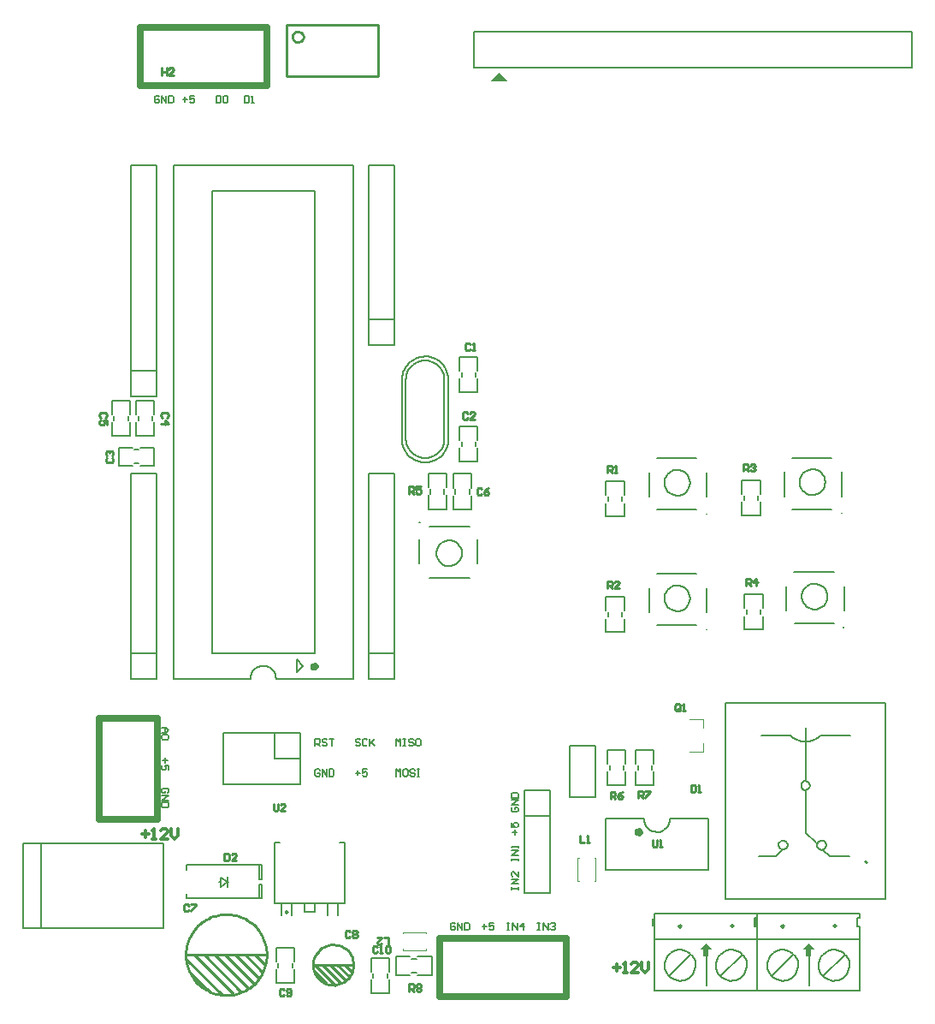
<source format=gto>
G04*
G04 #@! TF.GenerationSoftware,Altium Limited,Altium Designer,22.10.1 (41)*
G04*
G04 Layer_Color=65535*
%FSLAX25Y25*%
%MOIN*%
G70*
G04*
G04 #@! TF.SameCoordinates,D7D8B2A2-ADA4-419F-A72F-73B0DD1D3010*
G04*
G04*
G04 #@! TF.FilePolarity,Positive*
G04*
G01*
G75*
%ADD10C,0.01000*%
%ADD11C,0.00600*%
%ADD12C,0.01500*%
%ADD13C,0.00700*%
%ADD14C,0.00984*%
%ADD15C,0.02500*%
%ADD16C,0.00787*%
%ADD17C,0.00400*%
%ADD18C,0.00394*%
%ADD19C,0.00500*%
%ADD20C,0.01181*%
G36*
X284339Y25500D02*
X281839Y23000D01*
X283339D01*
Y20500D01*
X285339D01*
Y23000D01*
X286839D01*
X284339Y25500D01*
D02*
G37*
G36*
X244339D02*
X241839Y23000D01*
X243339D01*
Y20500D01*
X245339D01*
Y23000D01*
X246839D01*
X244339Y25500D01*
D02*
G37*
G36*
X164000Y364500D02*
X160500Y361000D01*
X167500D01*
X164000Y364500D01*
D02*
G37*
D10*
X73248Y21110D02*
X73216Y22109D01*
X73121Y23104D01*
X72963Y24091D01*
X72743Y25065D01*
X72462Y26024D01*
X72120Y26963D01*
X71719Y27879D01*
X71261Y28767D01*
X70748Y29624D01*
X70181Y30447D01*
X69564Y31233D01*
X68897Y31978D01*
X68185Y32679D01*
X67430Y33333D01*
X66635Y33938D01*
X65803Y34492D01*
X64937Y34991D01*
X64042Y35435D01*
X63120Y35821D01*
X62176Y36148D01*
X61213Y36414D01*
X60235Y36619D01*
X59246Y36761D01*
X58249Y36840D01*
X57250Y36856D01*
X56252Y36809D01*
X55259Y36698D01*
X54275Y36525D01*
X53304Y36289D01*
X52349Y35992D01*
X51416Y35636D01*
X50507Y35220D01*
X49626Y34748D01*
X48777Y34222D01*
X47963Y33642D01*
X47187Y33012D01*
X46453Y32334D01*
X45764Y31611D01*
X45121Y30845D01*
X44529Y30040D01*
X43988Y29200D01*
X43503Y28326D01*
X43073Y27424D01*
X42702Y26496D01*
X42390Y25547D01*
X42139Y24580D01*
X41950Y23598D01*
X41823Y22607D01*
X41760Y21610D01*
Y20611D01*
X41823Y19613D01*
X41950Y18622D01*
X42139Y17641D01*
X42390Y16673D01*
X42702Y15724D01*
X43073Y14796D01*
X43503Y13894D01*
X43988Y13021D01*
X44529Y12180D01*
X45121Y11375D01*
X45764Y10610D01*
X46453Y9887D01*
X47187Y9209D01*
X47963Y8579D01*
X48777Y7999D01*
X49626Y7472D01*
X50507Y7000D01*
X51416Y6585D01*
X52349Y6228D01*
X53304Y5932D01*
X54275Y5696D01*
X55259Y5522D01*
X56252Y5412D01*
X57250Y5364D01*
X58249Y5380D01*
X59246Y5459D01*
X60235Y5601D01*
X61213Y5806D01*
X62176Y6072D01*
X63120Y6399D01*
X64042Y6785D01*
X64937Y7229D01*
X65803Y7729D01*
X66635Y8282D01*
X67430Y8887D01*
X68185Y9542D01*
X68897Y10243D01*
X69564Y10988D01*
X70181Y11773D01*
X70748Y12596D01*
X71261Y13454D01*
X71719Y14342D01*
X72120Y15257D01*
X72462Y16196D01*
X72743Y17155D01*
X72963Y18130D01*
X73121Y19117D01*
X73216Y20111D01*
X73248Y21110D01*
X87521Y378500D02*
X87278Y379486D01*
X86605Y380246D01*
X85656Y380606D01*
X84648Y380484D01*
X83812Y379907D01*
X83340Y379008D01*
Y377992D01*
X83812Y377093D01*
X84648Y376517D01*
X85656Y376394D01*
X86605Y376754D01*
X87278Y377514D01*
X87521Y378500D01*
X107087Y17185D02*
X107022Y18192D01*
X106829Y19182D01*
X106511Y20140D01*
X106073Y21049D01*
X105523Y21895D01*
X104869Y22663D01*
X104122Y23341D01*
X103294Y23919D01*
X102400Y24385D01*
X101453Y24734D01*
X100469Y24958D01*
X99465Y25055D01*
X98457Y25023D01*
X97461Y24862D01*
X96493Y24575D01*
X95571Y24166D01*
X94708Y23643D01*
X93919Y23014D01*
X93217Y22289D01*
X92614Y21481D01*
X92118Y20601D01*
X91740Y19666D01*
X91484Y18690D01*
X91355Y17689D01*
Y16680D01*
X91484Y15680D01*
X91740Y14704D01*
X92118Y13769D01*
X92614Y12889D01*
X93217Y12081D01*
X93919Y11356D01*
X94708Y10727D01*
X95571Y10204D01*
X96493Y9796D01*
X97461Y9508D01*
X98457Y9347D01*
X99465Y9315D01*
X100469Y9412D01*
X101453Y9636D01*
X102400Y9985D01*
X103294Y10452D01*
X104122Y11029D01*
X104869Y11707D01*
X105523Y12476D01*
X106073Y13321D01*
X106511Y14230D01*
X106829Y15188D01*
X107022Y16178D01*
X107087Y17185D01*
X41752Y21110D02*
X73248D01*
X67900D02*
X68700D01*
X72500Y17310D01*
X62600Y21110D02*
X64900D01*
X71500Y14510D01*
X59700Y21110D02*
X60900D01*
X70000Y12010D01*
X55200Y21110D02*
X57000D01*
X68300Y9810D01*
X52100Y21110D02*
X52900D01*
X66000Y8010D01*
X48900Y21110D02*
X63400Y6610D01*
X44900Y21110D02*
X60200Y5810D01*
X41800Y19610D02*
Y20910D01*
Y19610D02*
X56000Y5410D01*
X43500Y14110D02*
Y14310D01*
Y14110D02*
X50600Y7010D01*
X306467Y57545D02*
X306896Y57115D01*
X80900Y363000D02*
X116600D01*
Y383000D01*
X80900D02*
X116600D01*
X80900Y363000D02*
Y383000D01*
X91513Y17185D02*
X107113D01*
X102913D02*
X103613D01*
X106413Y14385D01*
X100313Y17185D02*
X100813D01*
X105313Y12685D01*
X97713Y17185D02*
X97913D01*
X104013Y11085D01*
X94213Y17185D02*
X94913D01*
X102113Y9985D01*
X92113Y17085D02*
Y17185D01*
Y17085D02*
X99913Y9285D01*
X91813Y14885D02*
Y14985D01*
Y14885D02*
X96813Y9885D01*
X32350Y366338D02*
Y363583D01*
Y364961D01*
X34187D01*
Y366338D01*
Y363583D01*
X36941D02*
X35105D01*
X36941Y365420D01*
Y365879D01*
X36482Y366338D01*
X35564D01*
X35105Y365879D01*
X238502Y87283D02*
Y84528D01*
X239879D01*
X240339Y84987D01*
Y86824D01*
X239879Y87283D01*
X238502D01*
X241257Y84528D02*
X242175D01*
X241716D01*
Y87283D01*
X241257Y86824D01*
X234337Y116459D02*
Y118296D01*
X233877Y118755D01*
X232959D01*
X232500Y118296D01*
Y116459D01*
X232959Y116000D01*
X233877D01*
X233418Y116918D02*
X234337Y116000D01*
X233877D02*
X234337Y116459D01*
X235255Y116000D02*
X236173D01*
X235714D01*
Y118755D01*
X235255Y118296D01*
X223502Y65877D02*
Y63582D01*
X223961Y63122D01*
X224879D01*
X225339Y63582D01*
Y65877D01*
X226257Y63122D02*
X227175D01*
X226716D01*
Y65877D01*
X226257Y65418D01*
X75900Y79955D02*
Y77659D01*
X76359Y77200D01*
X77277D01*
X77737Y77659D01*
Y79955D01*
X80492Y77200D02*
X78655D01*
X80492Y79037D01*
Y79496D01*
X80032Y79955D01*
X79114D01*
X78655Y79496D01*
X218043Y82122D02*
Y84878D01*
X219420D01*
X219879Y84418D01*
Y83500D01*
X219420Y83041D01*
X218043D01*
X218961D02*
X219879Y82122D01*
X220798Y84878D02*
X222634D01*
Y84418D01*
X220798Y82582D01*
Y82122D01*
X207303Y81865D02*
Y84620D01*
X208681D01*
X209140Y84161D01*
Y83242D01*
X208681Y82783D01*
X207303D01*
X208222D02*
X209140Y81865D01*
X211895Y84620D02*
X210977Y84161D01*
X210058Y83242D01*
Y82324D01*
X210518Y81865D01*
X211436D01*
X211895Y82324D01*
Y82783D01*
X211436Y83242D01*
X210058D01*
X128806Y6890D02*
Y9645D01*
X130184D01*
X130643Y9186D01*
Y8268D01*
X130184Y7808D01*
X128806D01*
X129725D02*
X130643Y6890D01*
X131562Y9186D02*
X132021Y9645D01*
X132939D01*
X133398Y9186D01*
Y8727D01*
X132939Y8268D01*
X133398Y7808D01*
Y7349D01*
X132939Y6890D01*
X132021D01*
X131562Y7349D01*
Y7808D01*
X132021Y8268D01*
X131562Y8727D01*
Y9186D01*
X132021Y8268D02*
X132939D01*
X260000Y164800D02*
Y167555D01*
X261378D01*
X261837Y167096D01*
Y166177D01*
X261378Y165718D01*
X260000D01*
X260918D02*
X261837Y164800D01*
X264132D02*
Y167555D01*
X262755Y166177D01*
X264592D01*
X259000Y209300D02*
Y212055D01*
X260378D01*
X260837Y211596D01*
Y210678D01*
X260378Y210218D01*
X259000D01*
X259918D02*
X260837Y209300D01*
X261755Y211596D02*
X262214Y212055D01*
X263133D01*
X263592Y211596D01*
Y211137D01*
X263133Y210678D01*
X262673D01*
X263133D01*
X263592Y210218D01*
Y209759D01*
X263133Y209300D01*
X262214D01*
X261755Y209759D01*
X206000Y163800D02*
Y166555D01*
X207378D01*
X207837Y166096D01*
Y165178D01*
X207378Y164718D01*
X206000D01*
X206918D02*
X207837Y163800D01*
X210592D02*
X208755D01*
X210592Y165637D01*
Y166096D01*
X210133Y166555D01*
X209214D01*
X208755Y166096D01*
X206000Y208800D02*
Y211555D01*
X207378D01*
X207837Y211096D01*
Y210177D01*
X207378Y209718D01*
X206000D01*
X206918D02*
X207837Y208800D01*
X208755D02*
X209673D01*
X209214D01*
Y211555D01*
X208755Y211096D01*
X128704Y200623D02*
Y203378D01*
X130082D01*
X130541Y202918D01*
Y202000D01*
X130082Y201541D01*
X128704D01*
X129622D02*
X130541Y200623D01*
X133296Y203378D02*
X131459D01*
Y202000D01*
X132378Y202459D01*
X132837D01*
X133296Y202000D01*
Y201082D01*
X132837Y200623D01*
X131918D01*
X131459Y201082D01*
X195200Y67555D02*
Y64800D01*
X197037D01*
X197955D02*
X198873D01*
X198414D01*
Y67555D01*
X197955Y67096D01*
X120800Y25000D02*
Y27755D01*
X118963D01*
X116208D02*
X118045D01*
X116208Y25919D01*
Y25460D01*
X116667Y25000D01*
X117586D01*
X118045Y25460D01*
X56759Y60433D02*
Y57678D01*
X58137D01*
X58596Y58137D01*
Y59974D01*
X58137Y60433D01*
X56759D01*
X61351Y57678D02*
X59514D01*
X61351Y59514D01*
Y59974D01*
X60892Y60433D01*
X59974D01*
X59514Y59974D01*
X116379Y24141D02*
X115920Y24600D01*
X115002D01*
X114543Y24141D01*
Y22305D01*
X115002Y21845D01*
X115920D01*
X116379Y22305D01*
X117298Y21845D02*
X118216D01*
X117757D01*
Y24600D01*
X117298Y24141D01*
X119594D02*
X120053Y24600D01*
X120971D01*
X121430Y24141D01*
Y22305D01*
X120971Y21845D01*
X120053D01*
X119594Y22305D01*
Y24141D01*
X80041Y7418D02*
X79582Y7878D01*
X78663D01*
X78204Y7418D01*
Y5582D01*
X78663Y5122D01*
X79582D01*
X80041Y5582D01*
X80959D02*
X81418Y5122D01*
X82337D01*
X82796Y5582D01*
Y7418D01*
X82337Y7878D01*
X81418D01*
X80959Y7418D01*
Y6959D01*
X81418Y6500D01*
X82796D01*
X105753Y30103D02*
X105294Y30562D01*
X104376D01*
X103917Y30103D01*
Y28267D01*
X104376Y27808D01*
X105294D01*
X105753Y28267D01*
X106672Y30103D02*
X107131Y30562D01*
X108049D01*
X108508Y30103D01*
Y29644D01*
X108049Y29185D01*
X108508Y28726D01*
Y28267D01*
X108049Y27808D01*
X107131D01*
X106672Y28267D01*
Y28726D01*
X107131Y29185D01*
X106672Y29644D01*
Y30103D01*
X107131Y29185D02*
X108049D01*
X42848Y40288D02*
X42389Y40748D01*
X41470D01*
X41011Y40288D01*
Y38452D01*
X41470Y37993D01*
X42389D01*
X42848Y38452D01*
X43766Y40748D02*
X45603D01*
Y40288D01*
X43766Y38452D01*
Y37993D01*
X157041Y202418D02*
X156582Y202877D01*
X155663D01*
X155204Y202418D01*
Y200582D01*
X155663Y200122D01*
X156582D01*
X157041Y200582D01*
X159796Y202877D02*
X158878Y202418D01*
X157959Y201500D01*
Y200582D01*
X158418Y200122D01*
X159337D01*
X159796Y200582D01*
Y201041D01*
X159337Y201500D01*
X157959D01*
X10432Y230217D02*
X10891Y230676D01*
Y231594D01*
X10432Y232053D01*
X8595D01*
X8136Y231594D01*
Y230676D01*
X8595Y230217D01*
X10891Y227462D02*
Y229298D01*
X9513D01*
X9973Y228380D01*
Y227921D01*
X9513Y227462D01*
X8595D01*
X8136Y227921D01*
Y228839D01*
X8595Y229298D01*
X34432Y230217D02*
X34891Y230676D01*
Y231594D01*
X34432Y232053D01*
X32595D01*
X32136Y231594D01*
Y230676D01*
X32595Y230217D01*
X32136Y227921D02*
X34891D01*
X33513Y229298D01*
Y227462D01*
X11082Y214541D02*
X10622Y214082D01*
Y213163D01*
X11082Y212704D01*
X12918D01*
X13377Y213163D01*
Y214082D01*
X12918Y214541D01*
X11082Y215459D02*
X10622Y215918D01*
Y216837D01*
X11082Y217296D01*
X11541D01*
X12000Y216837D01*
Y216377D01*
Y216837D01*
X12459Y217296D01*
X12918D01*
X13377Y216837D01*
Y215918D01*
X12918Y215459D01*
X151541Y231918D02*
X151082Y232378D01*
X150163D01*
X149704Y231918D01*
Y230082D01*
X150163Y229623D01*
X151082D01*
X151541Y230082D01*
X154296Y229623D02*
X152459D01*
X154296Y231459D01*
Y231918D01*
X153837Y232378D01*
X152918D01*
X152459Y231918D01*
X152513Y258676D02*
X152054Y259135D01*
X151136D01*
X150677Y258676D01*
Y256839D01*
X151136Y256380D01*
X152054D01*
X152513Y256839D01*
X153432Y256380D02*
X154350D01*
X153891D01*
Y259135D01*
X153432Y258676D01*
D11*
X290936Y205059D02*
X290834Y206066D01*
X290531Y207031D01*
X290040Y207915D01*
X289381Y208683D01*
X288581Y209302D01*
X287673Y209748D01*
X286693Y210001D01*
X285683Y210053D01*
X284683Y209899D01*
X283734Y209548D01*
X282876Y209013D01*
X282142Y208316D01*
X281564Y207486D01*
X281166Y206556D01*
X280962Y205565D01*
Y204553D01*
X281166Y203562D01*
X281564Y202632D01*
X282142Y201802D01*
X282876Y201105D01*
X283734Y200570D01*
X284683Y200219D01*
X285683Y200065D01*
X286693Y200117D01*
X287673Y200370D01*
X288581Y200816D01*
X289381Y201435D01*
X290040Y202203D01*
X290531Y203087D01*
X290834Y204053D01*
X290936Y205059D01*
X238236Y204859D02*
X238134Y205866D01*
X237831Y206831D01*
X237340Y207715D01*
X236681Y208483D01*
X235881Y209102D01*
X234973Y209548D01*
X233993Y209801D01*
X232983Y209853D01*
X231983Y209699D01*
X231034Y209348D01*
X230176Y208813D01*
X229442Y208116D01*
X228865Y207286D01*
X228466Y206356D01*
X228262Y205365D01*
Y204353D01*
X228466Y203362D01*
X228865Y202432D01*
X229442Y201602D01*
X230176Y200905D01*
X231034Y200370D01*
X231983Y200019D01*
X232983Y199865D01*
X233993Y199917D01*
X234973Y200170D01*
X235881Y200616D01*
X236681Y201235D01*
X237340Y202003D01*
X237831Y202887D01*
X238134Y203853D01*
X238236Y204859D01*
Y159859D02*
X238134Y160865D01*
X237831Y161831D01*
X237340Y162715D01*
X236681Y163483D01*
X235881Y164102D01*
X234973Y164548D01*
X233993Y164801D01*
X232983Y164853D01*
X231983Y164699D01*
X231034Y164348D01*
X230176Y163813D01*
X229442Y163116D01*
X228865Y162286D01*
X228466Y161356D01*
X228262Y160365D01*
Y159353D01*
X228466Y158362D01*
X228865Y157432D01*
X229442Y156602D01*
X230176Y155905D01*
X231034Y155370D01*
X231983Y155019D01*
X232983Y154866D01*
X233993Y154917D01*
X234973Y155170D01*
X235881Y155616D01*
X236681Y156235D01*
X237340Y157003D01*
X237831Y157887D01*
X238134Y158853D01*
X238236Y159859D01*
X291736Y160559D02*
X291634Y161565D01*
X291331Y162531D01*
X290840Y163415D01*
X290181Y164183D01*
X289381Y164802D01*
X288473Y165248D01*
X287493Y165501D01*
X286483Y165553D01*
X285483Y165399D01*
X284534Y165048D01*
X283676Y164513D01*
X282942Y163816D01*
X282365Y162986D01*
X281965Y162056D01*
X281762Y161065D01*
Y160053D01*
X281965Y159062D01*
X282365Y158133D01*
X282942Y157302D01*
X283676Y156605D01*
X284534Y156070D01*
X285483Y155719D01*
X286483Y155566D01*
X287493Y155617D01*
X288473Y155870D01*
X289381Y156316D01*
X290181Y156935D01*
X290840Y157703D01*
X291331Y158587D01*
X291634Y159553D01*
X291736Y160559D01*
X149300Y177400D02*
X149198Y178407D01*
X148895Y179372D01*
X148404Y180256D01*
X147745Y181024D01*
X146945Y181643D01*
X146037Y182089D01*
X145057Y182342D01*
X144047Y182394D01*
X143047Y182240D01*
X142098Y181889D01*
X141240Y181354D01*
X140506Y180657D01*
X139928Y179826D01*
X139529Y178897D01*
X139326Y177906D01*
Y176894D01*
X139529Y175903D01*
X139928Y174973D01*
X140506Y174143D01*
X141240Y173446D01*
X142098Y172911D01*
X143047Y172560D01*
X144047Y172406D01*
X145057Y172458D01*
X146037Y172711D01*
X146945Y173157D01*
X147745Y173776D01*
X148404Y174544D01*
X148895Y175428D01*
X149198Y176393D01*
X149300Y177400D01*
X277936Y214559D02*
X293436D01*
X297436Y199559D02*
Y209059D01*
X278036Y194559D02*
X293436D01*
X274936Y199559D02*
Y209059D01*
X225236Y214359D02*
X240736D01*
X244736Y199359D02*
Y208859D01*
X225336Y194359D02*
X240736D01*
X222236Y199359D02*
Y208859D01*
Y154359D02*
Y163859D01*
X225336Y149359D02*
X240736D01*
X244736Y154359D02*
Y163859D01*
X225236Y169359D02*
X240736D01*
X275736Y155059D02*
Y164559D01*
X278836Y150059D02*
X294236D01*
X298236Y155059D02*
Y164559D01*
X278736Y170059D02*
X294236D01*
X155300Y173400D02*
Y182900D01*
X136800Y187900D02*
X152200D01*
X132800Y173400D02*
Y182900D01*
X136800Y167900D02*
X152300D01*
D12*
X218839Y68900D02*
X218286Y69661D01*
X217391Y69370D01*
Y68430D01*
X218286Y68139D01*
X218839Y68900D01*
X92600Y133400D02*
X92047Y134161D01*
X91153Y133870D01*
Y132930D01*
X92047Y132639D01*
X92600Y133400D01*
D13*
X220343Y74038D02*
X220409Y73041D01*
X220672Y72078D01*
X221121Y71185D01*
X221739Y70400D01*
X222500Y69753D01*
X223375Y69271D01*
X224328Y68972D01*
X225321Y68868D01*
X226316Y68964D01*
X227271Y69256D01*
X228149Y69732D01*
X228915Y70373D01*
X229539Y71153D01*
X229995Y72042D01*
X230265Y73004D01*
X230339Y74000D01*
X278243Y21605D02*
X277428Y22187D01*
X276529Y22626D01*
X275570Y22911D01*
X274576Y23033D01*
X273576Y22989D01*
X272597Y22781D01*
X271666Y22414D01*
X270809Y21898D01*
X270048Y21247D01*
X269405Y20480D01*
X268898Y19617D01*
X268540Y18682D01*
X268342Y17701D01*
X268309Y16701D01*
X268441Y15709D01*
X268735Y14752D01*
X269183Y13858D01*
X269774Y13049D01*
X270489Y12349D01*
X271310Y11777D01*
X272215Y11349D01*
X273178Y11075D01*
X274172Y10965D01*
X275172Y11020D01*
X276148Y11240D01*
X277075Y11618D01*
X277926Y12144D01*
X278679Y12804D01*
X279313Y13578D01*
X279810Y14447D01*
X280156Y15386D01*
X280343Y16370D01*
X280365Y17370D01*
X280221Y18361D01*
X279915Y19314D01*
X279456Y20203D01*
X278857Y21005D01*
X295179Y32300D02*
X294539Y32940D01*
X293898Y32300D01*
X294539Y31660D01*
X295179Y32300D01*
X274979Y32200D02*
X274339Y32840D01*
X273698Y32200D01*
X274339Y31560D01*
X274979Y32200D01*
X298314Y21544D02*
X297507Y22139D01*
X296612Y22593D01*
X295654Y22892D01*
X294660Y23029D01*
X293657Y22999D01*
X292673Y22803D01*
X291735Y22447D01*
X290869Y21941D01*
X290098Y21298D01*
X289445Y20536D01*
X288927Y19677D01*
X288558Y18743D01*
X288350Y17762D01*
X288306Y16759D01*
X288429Y15764D01*
X288716Y14802D01*
X289157Y13901D01*
X289742Y13086D01*
X290454Y12378D01*
X291273Y11799D01*
X292177Y11363D01*
X293140Y11083D01*
X294137Y10966D01*
X295139Y11016D01*
X296119Y11231D01*
X297050Y11606D01*
X297906Y12129D01*
X298663Y12787D01*
X299301Y13562D01*
X299802Y14431D01*
X300152Y15371D01*
X300342Y16357D01*
X300365Y17360D01*
X300222Y18353D01*
X299917Y19309D01*
X299458Y20201D01*
X298857Y21005D01*
X258314Y21544D02*
X257507Y22139D01*
X256612Y22593D01*
X255654Y22892D01*
X254660Y23029D01*
X253657Y22999D01*
X252673Y22803D01*
X251735Y22447D01*
X250869Y21941D01*
X250098Y21298D01*
X249445Y20536D01*
X248927Y19677D01*
X248558Y18743D01*
X248349Y17762D01*
X248306Y16759D01*
X248429Y15764D01*
X248715Y14802D01*
X249157Y13901D01*
X249742Y13086D01*
X250454Y12378D01*
X251273Y11799D01*
X252177Y11363D01*
X253140Y11083D01*
X254137Y10966D01*
X255139Y11016D01*
X256119Y11231D01*
X257050Y11606D01*
X257906Y12129D01*
X258663Y12787D01*
X259301Y13562D01*
X259802Y14431D01*
X260152Y15371D01*
X260342Y16357D01*
X260365Y17360D01*
X260222Y18353D01*
X259917Y19309D01*
X259457Y20201D01*
X258857Y21005D01*
X234979Y32200D02*
X234339Y32840D01*
X233698Y32200D01*
X234339Y31560D01*
X234979Y32200D01*
X255179Y32300D02*
X254539Y32940D01*
X253898Y32300D01*
X254539Y31660D01*
X255179Y32300D01*
X238243Y21605D02*
X237428Y22187D01*
X236529Y22626D01*
X235570Y22911D01*
X234576Y23033D01*
X233576Y22989D01*
X232597Y22781D01*
X231666Y22414D01*
X230808Y21898D01*
X230048Y21247D01*
X229405Y20480D01*
X228898Y19617D01*
X228540Y18682D01*
X228342Y17701D01*
X228309Y16701D01*
X228441Y15709D01*
X228735Y14752D01*
X229184Y13858D01*
X229773Y13049D01*
X230489Y12349D01*
X231310Y11777D01*
X232215Y11349D01*
X233178Y11075D01*
X234172Y10965D01*
X235172Y11020D01*
X236148Y11240D01*
X237075Y11618D01*
X237926Y12144D01*
X238679Y12804D01*
X239313Y13578D01*
X239810Y14447D01*
X240156Y15386D01*
X240343Y16370D01*
X240365Y17370D01*
X240221Y18361D01*
X239915Y19314D01*
X239456Y20203D01*
X238857Y21005D01*
X277429Y106483D02*
X278164Y105820D01*
X278975Y105251D01*
X279848Y104783D01*
X280771Y104423D01*
X281731Y104178D01*
X282713Y104050D01*
X283703Y104042D01*
X284688Y104153D01*
X285651Y104381D01*
X286580Y104725D01*
X287461Y105177D01*
X288281Y105733D01*
X289029Y106384D01*
X285109Y86964D02*
X284826Y87927D01*
X284068Y88583D01*
X283075Y88726D01*
X282163Y88310D01*
X281620Y87466D01*
Y86462D01*
X282163Y85618D01*
X283075Y85202D01*
X284068Y85344D01*
X284826Y86001D01*
X285109Y86964D01*
X276179Y63826D02*
X275896Y64789D01*
X275138Y65446D01*
X274145Y65589D01*
X273233Y65172D01*
X272690Y64328D01*
Y63325D01*
X273233Y62481D01*
X274145Y62064D01*
X275138Y62207D01*
X275896Y62864D01*
X276179Y63826D01*
X291279Y63726D02*
X290996Y64689D01*
X290238Y65346D01*
X289245Y65489D01*
X288333Y65072D01*
X287790Y64228D01*
Y63225D01*
X288333Y62381D01*
X289245Y61964D01*
X290238Y62107D01*
X290996Y62764D01*
X291279Y63726D01*
X76895Y128462D02*
X76829Y129459D01*
X76566Y130422D01*
X76117Y131315D01*
X75500Y132100D01*
X74739Y132747D01*
X73864Y133229D01*
X72911Y133528D01*
X71917Y133632D01*
X70923Y133535D01*
X69968Y133244D01*
X69089Y132768D01*
X68323Y132127D01*
X67700Y131347D01*
X67244Y130458D01*
X66974Y129496D01*
X66900Y128500D01*
X127500Y221927D02*
X127571Y220950D01*
X127768Y219990D01*
X128089Y219064D01*
X128528Y218188D01*
X129077Y217376D01*
X129727Y216643D01*
X130468Y216001D01*
X131285Y215461D01*
X132167Y215033D01*
X133096Y214722D01*
X134058Y214536D01*
X135036Y214477D01*
X136014Y214546D01*
X136974Y214741D01*
X137901Y215060D01*
X138778Y215498D01*
X139590Y216045D01*
X140324Y216695D01*
X140968Y217434D01*
X141509Y218251D01*
X141939Y219131D01*
X142251Y220060D01*
X142439Y221022D01*
X142500Y222000D01*
Y245000D02*
X142429Y245977D01*
X142232Y246937D01*
X141911Y247863D01*
X141473Y248740D01*
X140923Y249551D01*
X140273Y250284D01*
X139533Y250926D01*
X138715Y251466D01*
X137834Y251895D01*
X136904Y252205D01*
X135942Y252391D01*
X134964Y252450D01*
X133986Y252381D01*
X133026Y252186D01*
X132099Y251867D01*
X131222Y251430D01*
X130410Y250882D01*
X129676Y250233D01*
X129033Y249493D01*
X128491Y248676D01*
X128061Y247796D01*
X127749Y246867D01*
X127561Y245905D01*
X127500Y244927D01*
X126000Y222000D02*
X126022Y221005D01*
X126153Y220019D01*
X126392Y219053D01*
X126737Y218119D01*
X127182Y217229D01*
X127723Y216394D01*
X128353Y215623D01*
X129065Y214927D01*
X129848Y214314D01*
X130695Y213791D01*
X131594Y213365D01*
X132535Y213040D01*
X133506Y212821D01*
X134495Y212711D01*
X135490Y212711D01*
X136479Y212820D01*
X137450Y213039D01*
X138391Y213363D01*
X139290Y213789D01*
X140137Y214311D01*
X140921Y214924D01*
X141633Y215620D01*
X142263Y216390D01*
X142805Y217225D01*
X143251Y218114D01*
X143596Y219048D01*
X143836Y220014D01*
X143968Y221000D01*
X143990Y221995D01*
X144000Y245087D02*
X143937Y246094D01*
X143761Y247086D01*
X143476Y248053D01*
X143085Y248982D01*
X142592Y249862D01*
X142003Y250680D01*
X141327Y251428D01*
X140572Y252096D01*
X139746Y252674D01*
X138861Y253157D01*
X137928Y253538D01*
X136958Y253812D01*
X135963Y253976D01*
X134956Y254028D01*
X133950Y253966D01*
X132957Y253793D01*
X131990Y253509D01*
X131060Y253119D01*
X130180Y252628D01*
X129360Y252041D01*
X128611Y251366D01*
X127942Y250612D01*
X127362Y249788D01*
X126877Y248904D01*
X126495Y247971D01*
X126219Y247001D01*
X126053Y246007D01*
X126000Y245000D01*
X-14634Y31370D02*
Y64370D01*
X-21634Y31370D02*
X32866D01*
X-21634Y64370D02*
X32866D01*
Y31370D02*
Y64370D01*
X-21634Y31370D02*
Y64370D01*
X114787Y12083D02*
Y13883D01*
X120187Y12083D02*
Y13883D01*
X154000Y366400D02*
X324800D01*
Y380500D01*
X154000D02*
X324800D01*
X154000Y366400D02*
Y380500D01*
X297336Y193059D02*
X297436Y193159D01*
X244636Y192859D02*
X244736Y192959D01*
X244636Y147859D02*
X244736Y147959D01*
X298136Y148559D02*
X298236Y148659D01*
X211697Y152643D02*
Y154443D01*
X206297Y152643D02*
Y154443D01*
X211697Y197643D02*
Y199443D01*
X206297Y197643D02*
Y199443D01*
X264697Y198143D02*
Y199943D01*
X259297Y198143D02*
Y199943D01*
X260297Y153642D02*
Y155443D01*
X265697Y153642D02*
Y155443D01*
X245339Y54000D02*
Y74000D01*
X205339Y54000D02*
X245339D01*
X205339D02*
Y74000D01*
X230439D02*
X245339D01*
X205339D02*
X220339D01*
X270139Y12800D02*
X278639Y21300D01*
X264339Y27000D02*
X304339D01*
X264339Y7000D02*
Y22000D01*
X304339Y7000D02*
Y32100D01*
X303339D02*
X304339D01*
X303339D02*
Y35200D01*
X264339Y22000D02*
Y37000D01*
X263739Y32500D02*
Y35000D01*
X284539Y9100D02*
Y24200D01*
X290139Y12800D02*
X298589Y21250D01*
X264339Y7000D02*
X304339D01*
Y9100D02*
Y21000D01*
X264339Y37000D02*
X304339D01*
X303339Y35500D02*
X304339D01*
Y37000D01*
X264339Y35500D02*
Y37000D01*
X263339Y35500D02*
X264339D01*
X224339Y37000D02*
X264339D01*
Y9100D02*
Y21000D01*
X224339Y7000D02*
X264339D01*
X250139Y12800D02*
X258589Y21250D01*
X244539Y9100D02*
Y24200D01*
X223739Y32500D02*
Y35000D01*
X224339Y22000D02*
Y37000D01*
X263339Y32100D02*
Y35200D01*
Y32100D02*
X264339D01*
Y7000D02*
Y32100D01*
X224339Y7000D02*
Y22000D01*
Y27000D02*
X264339D01*
X230139Y12800D02*
X238639Y21300D01*
X212299Y93084D02*
Y94884D01*
X206899Y93084D02*
Y94884D01*
X217899Y93084D02*
Y94884D01*
X223299Y93084D02*
Y94884D01*
X252156Y42906D02*
X314216D01*
X252156Y119246D02*
X314216D01*
X252156Y42906D02*
Y119246D01*
X314216Y42906D02*
Y119246D01*
X289129Y106483D02*
X300529D01*
X266029Y106583D02*
X277329D01*
X283329Y68546D02*
Y84983D01*
X283229Y88984D02*
Y109408D01*
X292699Y59346D02*
X300299D01*
X290099Y61946D02*
X292699Y59346D01*
X265099D02*
X271699D01*
X274399Y62046D01*
X283319Y68546D02*
X287219Y64646D01*
X52000Y138500D02*
X92000D01*
X52000D02*
Y318500D01*
X92000D01*
Y138500D02*
Y318500D01*
X76900Y128500D02*
X107000D01*
X37000D02*
X66800D01*
X107000D02*
Y328500D01*
X37000D02*
X107000D01*
X37000Y128500D02*
Y328500D01*
X85000Y131100D02*
Y135900D01*
X84900Y136000D02*
X85000Y135900D01*
X84900Y136000D02*
X85100D01*
X87500Y133600D01*
X87400D02*
X87500D01*
X85000Y131200D02*
X87400Y133600D01*
X85000Y131100D02*
Y131200D01*
X132800Y189300D02*
X132900Y189400D01*
X137039Y200617D02*
Y202416D01*
X142439Y200617D02*
Y202416D01*
X146787Y200584D02*
Y202383D01*
X152187Y200584D02*
Y202383D01*
X83187Y16083D02*
Y17884D01*
X77787Y16083D02*
Y17884D01*
X28687Y229083D02*
Y230884D01*
X23287Y229083D02*
Y230884D01*
X13813Y229117D02*
Y230917D01*
X19213Y229117D02*
Y230917D01*
X21584Y212313D02*
X23383D01*
X21584Y217713D02*
X23383D01*
X129792Y19475D02*
X131592D01*
X129792Y14075D02*
X131592D01*
X154713Y246116D02*
Y247917D01*
X149313Y246116D02*
Y247917D01*
X149287Y219083D02*
Y220883D01*
X154687Y219083D02*
Y220883D01*
X142500Y222000D02*
Y245000D01*
X127499Y222000D02*
X127500Y245000D01*
X144000Y222000D02*
Y245000D01*
X125999Y222000D02*
X126000Y245000D01*
D14*
X81496Y37748D02*
X80758Y38174D01*
Y37322D01*
X81496Y37748D01*
D15*
X73465Y359606D02*
Y382126D01*
X23937Y359606D02*
X73465D01*
X23937D02*
Y382126D01*
X73465D01*
X190079Y4882D02*
Y27402D01*
X140551Y4882D02*
X190079D01*
X140551D02*
Y27402D01*
X190079D01*
X8102Y113264D02*
X30622D01*
Y73736D02*
Y113264D01*
X8102Y73736D02*
X30622D01*
X8102D02*
Y113264D01*
D16*
X173740Y75236D02*
X183740D01*
X173740Y85236D02*
X183740D01*
Y45236D02*
Y85236D01*
X173740Y45236D02*
Y85236D01*
Y45236D02*
X183740D01*
X113000Y138500D02*
X123000D01*
X113000Y208500D02*
X123000D01*
Y128500D02*
Y208500D01*
X113000Y128500D02*
X123000D01*
X113000D02*
Y208500D01*
X114000Y6100D02*
X121000D01*
X114000Y19900D02*
X121000D01*
X114000Y6100D02*
Y11393D01*
Y14444D02*
Y19900D01*
X121000Y14444D02*
Y19900D01*
Y6100D02*
Y11393D01*
X205436Y160449D02*
X212536D01*
X205436Y155003D02*
Y160449D01*
X212536Y155003D02*
Y160449D01*
Y146669D02*
Y151952D01*
X205436Y146669D02*
X212536D01*
X205436D02*
Y151952D01*
Y205449D02*
X212536D01*
X205436Y200003D02*
Y205449D01*
X212536Y200003D02*
Y205449D01*
Y191669D02*
Y196952D01*
X205436Y191669D02*
X212536D01*
X205436D02*
Y196952D01*
X258436Y205949D02*
X265536D01*
X258436Y200503D02*
Y205949D01*
X265536Y200503D02*
Y205949D01*
Y192169D02*
Y197452D01*
X258436Y192169D02*
X265536D01*
X258436D02*
Y197452D01*
X259436Y147669D02*
Y152952D01*
Y147669D02*
X266536D01*
Y152952D01*
Y156003D02*
Y161449D01*
X259436Y156003D02*
Y161449D01*
X266536D01*
X191339Y82500D02*
Y102500D01*
Y82500D02*
X201339D01*
Y102500D01*
X191339D02*
X201339D01*
X206039Y100890D02*
X213139D01*
X206039Y95444D02*
Y100890D01*
X213139Y95444D02*
Y100890D01*
Y87110D02*
Y92393D01*
X206039Y87110D02*
X213139D01*
X206039D02*
Y92393D01*
X217039Y87110D02*
Y92393D01*
Y87110D02*
X224139D01*
Y92393D01*
Y95444D02*
Y100890D01*
X217039Y95444D02*
Y100890D01*
X224139D01*
X76500Y97500D02*
Y107500D01*
Y97500D02*
X86500D01*
Y87500D02*
Y107500D01*
X56500Y87500D02*
X86500D01*
X56500D02*
Y107500D01*
X86500D01*
X20500Y128500D02*
Y208500D01*
Y128500D02*
X30500D01*
Y208500D01*
X20500D02*
X30500D01*
X20500Y138500D02*
X30500D01*
X20500Y248500D02*
X30500D01*
X20500Y238500D02*
Y328500D01*
Y238500D02*
X30500D01*
Y328500D01*
X20500D02*
X30500D01*
X113000Y268500D02*
X123000D01*
X113000Y328500D02*
X123000D01*
Y258500D02*
Y328500D01*
X113000Y258500D02*
X123000D01*
X113000D02*
Y328500D01*
X136200Y194610D02*
X143300D01*
Y200056D01*
X136200Y194610D02*
Y200056D01*
Y203107D02*
Y208390D01*
X143300D01*
Y203107D02*
Y208390D01*
X146000Y194600D02*
X153000D01*
X146000Y208400D02*
X153000D01*
X146000Y194600D02*
Y199893D01*
Y202944D02*
Y208400D01*
X153000Y202944D02*
Y208400D01*
Y194600D02*
Y199893D01*
X84000Y10100D02*
Y15393D01*
Y18444D02*
Y23900D01*
X77000Y18444D02*
Y23900D01*
Y10100D02*
Y15393D01*
Y23900D02*
X84000D01*
X77000Y10100D02*
X84000D01*
X42000Y56000D02*
X71264D01*
X42000Y54126D02*
Y56000D01*
X71264Y50500D02*
Y56000D01*
X42000Y43000D02*
Y44874D01*
X70500Y50500D02*
X71264D01*
X70500D02*
Y56000D01*
Y43000D02*
Y48500D01*
X71264D01*
X42000Y43000D02*
X71264D01*
Y48500D01*
X58075Y47532D02*
Y51468D01*
X55319Y51075D02*
X58075Y49500D01*
X55319Y47532D02*
X58075Y49500D01*
X55319Y47532D02*
Y51075D01*
X58075Y49500D02*
X58469D01*
X54532D02*
X55319D01*
X29500Y223100D02*
Y228393D01*
Y231444D02*
Y236900D01*
X22500Y231444D02*
Y236900D01*
Y223100D02*
Y228393D01*
Y236900D02*
X29500D01*
X22500Y223100D02*
X29500D01*
X13000Y231607D02*
Y236900D01*
Y223100D02*
Y228556D01*
X20000Y223100D02*
Y228556D01*
Y231607D02*
Y236900D01*
X13000Y223100D02*
X20000D01*
X13000Y236900D02*
X20000D01*
X15600Y211500D02*
X20893D01*
X23944D02*
X29400D01*
X23944Y218500D02*
X29400D01*
X15600D02*
X20893D01*
X29400Y211500D02*
Y218500D01*
X15600Y211500D02*
Y218500D01*
X123819Y20335D02*
X129102D01*
X123819Y13235D02*
Y20335D01*
Y13235D02*
X129102D01*
X132153D02*
X137598D01*
X132153Y20335D02*
X137598D01*
Y13235D02*
Y20335D01*
X148500Y253900D02*
X155500D01*
X148500Y240100D02*
X155500D01*
Y248607D02*
Y253900D01*
Y240100D02*
Y245556D01*
X148500Y240100D02*
Y245556D01*
Y248607D02*
Y253900D01*
Y213100D02*
X155500D01*
X148500Y226900D02*
X155500D01*
X148500Y213100D02*
Y218393D01*
Y221444D02*
Y226900D01*
X155500Y221444D02*
Y226900D01*
Y213100D02*
Y218393D01*
X64567Y355511D02*
Y352756D01*
X65944D01*
X66404Y353215D01*
Y355052D01*
X65944Y355511D01*
X64567D01*
X67322Y352756D02*
X68240D01*
X67781D01*
Y355511D01*
X67322Y355052D01*
X53543Y355511D02*
Y352756D01*
X54921D01*
X55380Y353215D01*
Y355052D01*
X54921Y355511D01*
X53543D01*
X56298Y355052D02*
X56757Y355511D01*
X57676D01*
X58135Y355052D01*
Y353215D01*
X57676Y352756D01*
X56757D01*
X56298Y353215D01*
Y355052D01*
X40551Y354133D02*
X42388D01*
X41469Y355052D02*
Y353215D01*
X45143Y355511D02*
X43306D01*
Y354133D01*
X44225Y354593D01*
X44684D01*
X45143Y354133D01*
Y353215D01*
X44684Y352756D01*
X43765D01*
X43306Y353215D01*
X31364Y355052D02*
X30905Y355511D01*
X29987D01*
X29528Y355052D01*
Y353215D01*
X29987Y352756D01*
X30905D01*
X31364Y353215D01*
Y354133D01*
X30446D01*
X32283Y352756D02*
Y355511D01*
X34119Y352756D01*
Y355511D01*
X35038D02*
Y352756D01*
X36415D01*
X36874Y353215D01*
Y355052D01*
X36415Y355511D01*
X35038D01*
X168964Y78608D02*
X168505Y78149D01*
Y77231D01*
X168964Y76772D01*
X170801D01*
X171260Y77231D01*
Y78149D01*
X170801Y78608D01*
X169882D01*
Y77690D01*
X171260Y79527D02*
X168505D01*
X171260Y81363D01*
X168505D01*
Y82282D02*
X171260D01*
Y83659D01*
X170801Y84118D01*
X168964D01*
X168505Y83659D01*
Y82282D01*
X169882Y67891D02*
Y69728D01*
X168964Y68809D02*
X170801D01*
X168505Y72483D02*
Y70646D01*
X169882D01*
X169423Y71565D01*
Y72024D01*
X169882Y72483D01*
X170801D01*
X171260Y72024D01*
Y71105D01*
X170801Y70646D01*
X168505Y57633D02*
Y58551D01*
Y58092D01*
X171260D01*
Y57633D01*
Y58551D01*
Y59929D02*
X168505D01*
X171260Y61766D01*
X168505D01*
X171260Y62684D02*
Y63602D01*
Y63143D01*
X168505D01*
X168964Y62684D01*
X168505Y46457D02*
Y47375D01*
Y46916D01*
X171260D01*
Y46457D01*
Y47375D01*
Y48752D02*
X168505D01*
X171260Y50589D01*
X168505D01*
X171260Y53344D02*
Y51508D01*
X169423Y53344D01*
X168964D01*
X168505Y52885D01*
Y51967D01*
X168964Y51508D01*
X178740Y33464D02*
X179658D01*
X179199D01*
Y30709D01*
X178740D01*
X179658D01*
X181036D02*
Y33464D01*
X182873Y30709D01*
Y33464D01*
X183791Y33005D02*
X184250Y33464D01*
X185169D01*
X185628Y33005D01*
Y32545D01*
X185169Y32086D01*
X184709D01*
X185169D01*
X185628Y31627D01*
Y31168D01*
X185169Y30709D01*
X184250D01*
X183791Y31168D01*
X166842Y33464D02*
X167760D01*
X167301D01*
Y30709D01*
X166842D01*
X167760D01*
X169138D02*
Y33464D01*
X170974Y30709D01*
Y33464D01*
X173270Y30709D02*
Y33464D01*
X171893Y32086D01*
X173729D01*
X157239D02*
X159076D01*
X158158Y33005D02*
Y31168D01*
X161831Y33464D02*
X159994D01*
Y32086D01*
X160913Y32545D01*
X161372D01*
X161831Y32086D01*
Y31168D01*
X161372Y30709D01*
X160454D01*
X159994Y31168D01*
X146719Y33005D02*
X146259Y33464D01*
X145341D01*
X144882Y33005D01*
Y31168D01*
X145341Y30709D01*
X146259D01*
X146719Y31168D01*
Y32086D01*
X145800D01*
X147637Y30709D02*
Y33464D01*
X149474Y30709D01*
Y33464D01*
X150392D02*
Y30709D01*
X151769D01*
X152229Y31168D01*
Y33005D01*
X151769Y33464D01*
X150392D01*
X123622Y90551D02*
Y93306D01*
X124540Y92388D01*
X125459Y93306D01*
Y90551D01*
X127755Y93306D02*
X126836D01*
X126377Y92847D01*
Y91010D01*
X126836Y90551D01*
X127755D01*
X128214Y91010D01*
Y92847D01*
X127755Y93306D01*
X130969Y92847D02*
X130510Y93306D01*
X129591D01*
X129132Y92847D01*
Y92388D01*
X129591Y91929D01*
X130510D01*
X130969Y91470D01*
Y91010D01*
X130510Y90551D01*
X129591D01*
X129132Y91010D01*
X131887Y93306D02*
X132805D01*
X132346D01*
Y90551D01*
X131887D01*
X132805D01*
X107874Y91929D02*
X109711D01*
X108792Y92847D02*
Y91010D01*
X112466Y93306D02*
X110629D01*
Y91929D01*
X111547Y92388D01*
X112006D01*
X112466Y91929D01*
Y91010D01*
X112006Y90551D01*
X111088D01*
X110629Y91010D01*
X93963Y92847D02*
X93503Y93306D01*
X92585D01*
X92126Y92847D01*
Y91010D01*
X92585Y90551D01*
X93503D01*
X93963Y91010D01*
Y91929D01*
X93044D01*
X94881Y90551D02*
Y93306D01*
X96718Y90551D01*
Y93306D01*
X97636D02*
Y90551D01*
X99014D01*
X99473Y91010D01*
Y92847D01*
X99014Y93306D01*
X97636D01*
X123622Y102362D02*
Y105117D01*
X124540Y104199D01*
X125459Y105117D01*
Y102362D01*
X126377Y105117D02*
X127295D01*
X126836D01*
Y102362D01*
X126377D01*
X127295D01*
X130510Y104658D02*
X130050Y105117D01*
X129132D01*
X128673Y104658D01*
Y104199D01*
X129132Y103740D01*
X130050D01*
X130510Y103280D01*
Y102821D01*
X130050Y102362D01*
X129132D01*
X128673Y102821D01*
X132805Y105117D02*
X131887D01*
X131428Y104658D01*
Y102821D01*
X131887Y102362D01*
X132805D01*
X133265Y102821D01*
Y104658D01*
X132805Y105117D01*
X109711Y104658D02*
X109251Y105117D01*
X108333D01*
X107874Y104658D01*
Y104199D01*
X108333Y103740D01*
X109251D01*
X109711Y103280D01*
Y102821D01*
X109251Y102362D01*
X108333D01*
X107874Y102821D01*
X112466Y104658D02*
X112006Y105117D01*
X111088D01*
X110629Y104658D01*
Y102821D01*
X111088Y102362D01*
X112006D01*
X112466Y102821D01*
X113384Y105117D02*
Y102362D01*
Y103280D01*
X115221Y105117D01*
X113843Y103740D01*
X115221Y102362D01*
X92126D02*
Y105117D01*
X93503D01*
X93963Y104658D01*
Y103740D01*
X93503Y103280D01*
X92126D01*
X93044D02*
X93963Y102362D01*
X96718Y104658D02*
X96258Y105117D01*
X95340D01*
X94881Y104658D01*
Y104199D01*
X95340Y103740D01*
X96258D01*
X96718Y103280D01*
Y102821D01*
X96258Y102362D01*
X95340D01*
X94881Y102821D01*
X97636Y105117D02*
X99473D01*
X98554D01*
Y102362D01*
X32283Y109449D02*
X34120D01*
X35039Y108530D01*
X34120Y107612D01*
X32283D01*
X33661D01*
Y109449D01*
X34579Y106694D02*
X35039Y106235D01*
Y105316D01*
X34579Y104857D01*
X32743D01*
X32283Y105316D01*
Y106235D01*
X32743Y106694D01*
X34579D01*
X33661Y97638D02*
Y95801D01*
X34579Y96719D02*
X32743D01*
X35039Y93046D02*
Y94883D01*
X33661D01*
X34120Y93964D01*
Y93505D01*
X33661Y93046D01*
X32743D01*
X32283Y93505D01*
Y94424D01*
X32743Y94883D01*
X34579Y83990D02*
X35039Y84449D01*
Y85368D01*
X34579Y85827D01*
X32743D01*
X32283Y85368D01*
Y84449D01*
X32743Y83990D01*
X33661D01*
Y84908D01*
X32283Y83072D02*
X35039D01*
X32283Y81235D01*
X35039D01*
Y80317D02*
X32283D01*
Y78939D01*
X32743Y78480D01*
X34579D01*
X35039Y78939D01*
Y80317D01*
D17*
X200913Y49925D02*
X201413D01*
Y58925D01*
X200913D02*
X201413D01*
X194413Y49925D02*
X194913D01*
X194413D02*
Y58925D01*
X194913D01*
X135378Y29378D02*
Y29878D01*
X126378D02*
X135378D01*
X126378Y29378D02*
Y29878D01*
X135378Y22878D02*
Y23378D01*
X126378Y22878D02*
X135378D01*
X126378D02*
Y23378D01*
D18*
X238150Y100200D02*
X243268D01*
Y103497D01*
Y109501D02*
Y112799D01*
X238150D02*
X243268D01*
D19*
X76221Y64717D02*
X78189D01*
X101811D02*
X103779D01*
X76221Y41094D02*
X103779D01*
X97087Y36370D02*
Y41094D01*
X101024D01*
Y36370D02*
Y41094D01*
X88032Y37945D02*
Y41094D01*
X91969D01*
Y37945D02*
Y41094D01*
X88032Y37945D02*
X91969D01*
X82913Y36370D02*
Y41094D01*
X78976D02*
X82913D01*
X78976Y36370D02*
Y41094D01*
X103779D02*
Y64717D01*
X76221Y41094D02*
Y64717D01*
D20*
X208268Y16141D02*
X210892D01*
X209580Y17453D02*
Y14829D01*
X212204Y14173D02*
X213515D01*
X212859D01*
Y18109D01*
X212204Y17453D01*
X218107Y14173D02*
X215483D01*
X218107Y16797D01*
Y17453D01*
X217451Y18109D01*
X216139D01*
X215483Y17453D01*
X219419Y18109D02*
Y15485D01*
X220731Y14173D01*
X222043Y15485D01*
Y18109D01*
X24803Y68110D02*
X27427D01*
X26115Y69421D02*
Y66798D01*
X28739Y66142D02*
X30051D01*
X29395D01*
Y70078D01*
X28739Y69421D01*
X34642Y66142D02*
X32019D01*
X34642Y68765D01*
Y69421D01*
X33986Y70078D01*
X32675D01*
X32019Y69421D01*
X35954Y70078D02*
Y67454D01*
X37266Y66142D01*
X38578Y67454D01*
Y70078D01*
M02*

</source>
